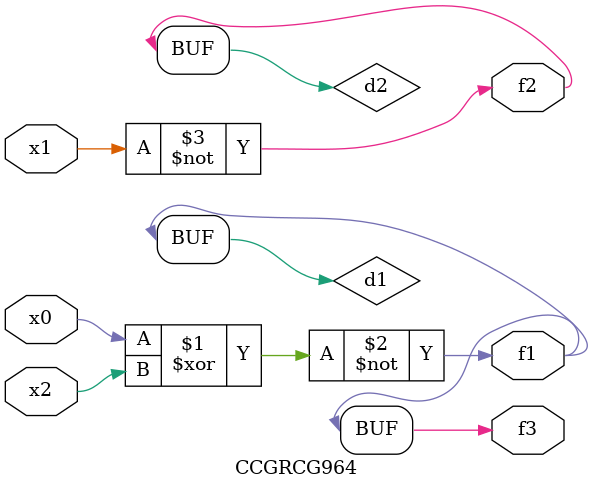
<source format=v>
module CCGRCG964(
	input x0, x1, x2,
	output f1, f2, f3
);

	wire d1, d2, d3;

	xnor (d1, x0, x2);
	nand (d2, x1);
	nor (d3, x1, x2);
	assign f1 = d1;
	assign f2 = d2;
	assign f3 = d1;
endmodule

</source>
